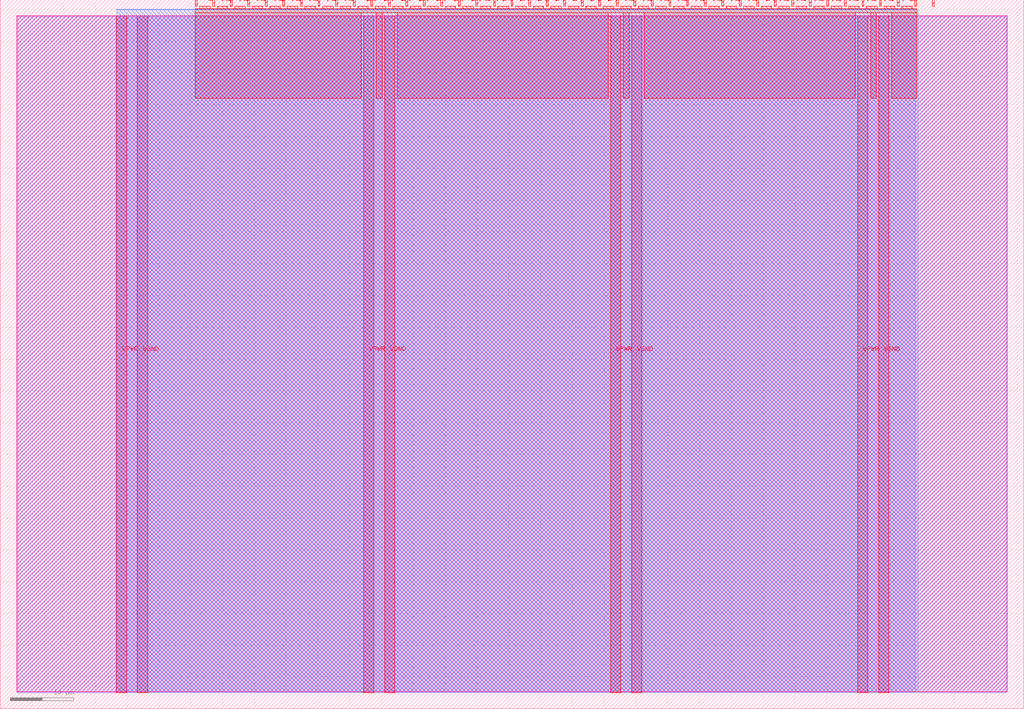
<source format=lef>
VERSION 5.7 ;
  NOWIREEXTENSIONATPIN ON ;
  DIVIDERCHAR "/" ;
  BUSBITCHARS "[]" ;
MACRO tt_um_wokwi_414122362169493505
  CLASS BLOCK ;
  FOREIGN tt_um_wokwi_414122362169493505 ;
  ORIGIN 0.000 0.000 ;
  SIZE 161.000 BY 111.520 ;
  PIN VGND
    DIRECTION INOUT ;
    USE GROUND ;
    PORT
      LAYER met4 ;
        RECT 21.580 2.480 23.180 109.040 ;
    END
    PORT
      LAYER met4 ;
        RECT 60.450 2.480 62.050 109.040 ;
    END
    PORT
      LAYER met4 ;
        RECT 99.320 2.480 100.920 109.040 ;
    END
    PORT
      LAYER met4 ;
        RECT 138.190 2.480 139.790 109.040 ;
    END
  END VGND
  PIN VPWR
    DIRECTION INOUT ;
    USE POWER ;
    PORT
      LAYER met4 ;
        RECT 18.280 2.480 19.880 109.040 ;
    END
    PORT
      LAYER met4 ;
        RECT 57.150 2.480 58.750 109.040 ;
    END
    PORT
      LAYER met4 ;
        RECT 96.020 2.480 97.620 109.040 ;
    END
    PORT
      LAYER met4 ;
        RECT 134.890 2.480 136.490 109.040 ;
    END
  END VPWR
  PIN clk
    DIRECTION INPUT ;
    USE SIGNAL ;
    ANTENNAGATEAREA 0.852000 ;
    PORT
      LAYER met4 ;
        RECT 143.830 110.520 144.130 111.520 ;
    END
  END clk
  PIN ena
    DIRECTION INPUT ;
    USE SIGNAL ;
    PORT
      LAYER met4 ;
        RECT 146.590 110.520 146.890 111.520 ;
    END
  END ena
  PIN rst_n
    DIRECTION INPUT ;
    USE SIGNAL ;
    PORT
      LAYER met4 ;
        RECT 141.070 110.520 141.370 111.520 ;
    END
  END rst_n
  PIN ui_in[0]
    DIRECTION INPUT ;
    USE SIGNAL ;
    ANTENNAGATEAREA 0.196500 ;
    PORT
      LAYER met4 ;
        RECT 138.310 110.520 138.610 111.520 ;
    END
  END ui_in[0]
  PIN ui_in[1]
    DIRECTION INPUT ;
    USE SIGNAL ;
    PORT
      LAYER met4 ;
        RECT 135.550 110.520 135.850 111.520 ;
    END
  END ui_in[1]
  PIN ui_in[2]
    DIRECTION INPUT ;
    USE SIGNAL ;
    PORT
      LAYER met4 ;
        RECT 132.790 110.520 133.090 111.520 ;
    END
  END ui_in[2]
  PIN ui_in[3]
    DIRECTION INPUT ;
    USE SIGNAL ;
    PORT
      LAYER met4 ;
        RECT 130.030 110.520 130.330 111.520 ;
    END
  END ui_in[3]
  PIN ui_in[4]
    DIRECTION INPUT ;
    USE SIGNAL ;
    PORT
      LAYER met4 ;
        RECT 127.270 110.520 127.570 111.520 ;
    END
  END ui_in[4]
  PIN ui_in[5]
    DIRECTION INPUT ;
    USE SIGNAL ;
    PORT
      LAYER met4 ;
        RECT 124.510 110.520 124.810 111.520 ;
    END
  END ui_in[5]
  PIN ui_in[6]
    DIRECTION INPUT ;
    USE SIGNAL ;
    PORT
      LAYER met4 ;
        RECT 121.750 110.520 122.050 111.520 ;
    END
  END ui_in[6]
  PIN ui_in[7]
    DIRECTION INPUT ;
    USE SIGNAL ;
    PORT
      LAYER met4 ;
        RECT 118.990 110.520 119.290 111.520 ;
    END
  END ui_in[7]
  PIN uio_in[0]
    DIRECTION INPUT ;
    USE SIGNAL ;
    PORT
      LAYER met4 ;
        RECT 116.230 110.520 116.530 111.520 ;
    END
  END uio_in[0]
  PIN uio_in[1]
    DIRECTION INPUT ;
    USE SIGNAL ;
    PORT
      LAYER met4 ;
        RECT 113.470 110.520 113.770 111.520 ;
    END
  END uio_in[1]
  PIN uio_in[2]
    DIRECTION INPUT ;
    USE SIGNAL ;
    PORT
      LAYER met4 ;
        RECT 110.710 110.520 111.010 111.520 ;
    END
  END uio_in[2]
  PIN uio_in[3]
    DIRECTION INPUT ;
    USE SIGNAL ;
    PORT
      LAYER met4 ;
        RECT 107.950 110.520 108.250 111.520 ;
    END
  END uio_in[3]
  PIN uio_in[4]
    DIRECTION INPUT ;
    USE SIGNAL ;
    PORT
      LAYER met4 ;
        RECT 105.190 110.520 105.490 111.520 ;
    END
  END uio_in[4]
  PIN uio_in[5]
    DIRECTION INPUT ;
    USE SIGNAL ;
    PORT
      LAYER met4 ;
        RECT 102.430 110.520 102.730 111.520 ;
    END
  END uio_in[5]
  PIN uio_in[6]
    DIRECTION INPUT ;
    USE SIGNAL ;
    PORT
      LAYER met4 ;
        RECT 99.670 110.520 99.970 111.520 ;
    END
  END uio_in[6]
  PIN uio_in[7]
    DIRECTION INPUT ;
    USE SIGNAL ;
    PORT
      LAYER met4 ;
        RECT 96.910 110.520 97.210 111.520 ;
    END
  END uio_in[7]
  PIN uio_oe[0]
    DIRECTION OUTPUT ;
    USE SIGNAL ;
    PORT
      LAYER met4 ;
        RECT 49.990 110.520 50.290 111.520 ;
    END
  END uio_oe[0]
  PIN uio_oe[1]
    DIRECTION OUTPUT ;
    USE SIGNAL ;
    PORT
      LAYER met4 ;
        RECT 47.230 110.520 47.530 111.520 ;
    END
  END uio_oe[1]
  PIN uio_oe[2]
    DIRECTION OUTPUT ;
    USE SIGNAL ;
    PORT
      LAYER met4 ;
        RECT 44.470 110.520 44.770 111.520 ;
    END
  END uio_oe[2]
  PIN uio_oe[3]
    DIRECTION OUTPUT ;
    USE SIGNAL ;
    PORT
      LAYER met4 ;
        RECT 41.710 110.520 42.010 111.520 ;
    END
  END uio_oe[3]
  PIN uio_oe[4]
    DIRECTION OUTPUT ;
    USE SIGNAL ;
    PORT
      LAYER met4 ;
        RECT 38.950 110.520 39.250 111.520 ;
    END
  END uio_oe[4]
  PIN uio_oe[5]
    DIRECTION OUTPUT ;
    USE SIGNAL ;
    PORT
      LAYER met4 ;
        RECT 36.190 110.520 36.490 111.520 ;
    END
  END uio_oe[5]
  PIN uio_oe[6]
    DIRECTION OUTPUT ;
    USE SIGNAL ;
    PORT
      LAYER met4 ;
        RECT 33.430 110.520 33.730 111.520 ;
    END
  END uio_oe[6]
  PIN uio_oe[7]
    DIRECTION OUTPUT ;
    USE SIGNAL ;
    PORT
      LAYER met4 ;
        RECT 30.670 110.520 30.970 111.520 ;
    END
  END uio_oe[7]
  PIN uio_out[0]
    DIRECTION OUTPUT ;
    USE SIGNAL ;
    PORT
      LAYER met4 ;
        RECT 72.070 110.520 72.370 111.520 ;
    END
  END uio_out[0]
  PIN uio_out[1]
    DIRECTION OUTPUT ;
    USE SIGNAL ;
    PORT
      LAYER met4 ;
        RECT 69.310 110.520 69.610 111.520 ;
    END
  END uio_out[1]
  PIN uio_out[2]
    DIRECTION OUTPUT ;
    USE SIGNAL ;
    PORT
      LAYER met4 ;
        RECT 66.550 110.520 66.850 111.520 ;
    END
  END uio_out[2]
  PIN uio_out[3]
    DIRECTION OUTPUT ;
    USE SIGNAL ;
    PORT
      LAYER met4 ;
        RECT 63.790 110.520 64.090 111.520 ;
    END
  END uio_out[3]
  PIN uio_out[4]
    DIRECTION OUTPUT ;
    USE SIGNAL ;
    PORT
      LAYER met4 ;
        RECT 61.030 110.520 61.330 111.520 ;
    END
  END uio_out[4]
  PIN uio_out[5]
    DIRECTION OUTPUT ;
    USE SIGNAL ;
    PORT
      LAYER met4 ;
        RECT 58.270 110.520 58.570 111.520 ;
    END
  END uio_out[5]
  PIN uio_out[6]
    DIRECTION OUTPUT ;
    USE SIGNAL ;
    PORT
      LAYER met4 ;
        RECT 55.510 110.520 55.810 111.520 ;
    END
  END uio_out[6]
  PIN uio_out[7]
    DIRECTION OUTPUT ;
    USE SIGNAL ;
    PORT
      LAYER met4 ;
        RECT 52.750 110.520 53.050 111.520 ;
    END
  END uio_out[7]
  PIN uo_out[0]
    DIRECTION OUTPUT ;
    USE SIGNAL ;
    ANTENNADIFFAREA 0.445500 ;
    PORT
      LAYER met4 ;
        RECT 94.150 110.520 94.450 111.520 ;
    END
  END uo_out[0]
  PIN uo_out[1]
    DIRECTION OUTPUT ;
    USE SIGNAL ;
    PORT
      LAYER met4 ;
        RECT 91.390 110.520 91.690 111.520 ;
    END
  END uo_out[1]
  PIN uo_out[2]
    DIRECTION OUTPUT ;
    USE SIGNAL ;
    PORT
      LAYER met4 ;
        RECT 88.630 110.520 88.930 111.520 ;
    END
  END uo_out[2]
  PIN uo_out[3]
    DIRECTION OUTPUT ;
    USE SIGNAL ;
    PORT
      LAYER met4 ;
        RECT 85.870 110.520 86.170 111.520 ;
    END
  END uo_out[3]
  PIN uo_out[4]
    DIRECTION OUTPUT ;
    USE SIGNAL ;
    PORT
      LAYER met4 ;
        RECT 83.110 110.520 83.410 111.520 ;
    END
  END uo_out[4]
  PIN uo_out[5]
    DIRECTION OUTPUT ;
    USE SIGNAL ;
    PORT
      LAYER met4 ;
        RECT 80.350 110.520 80.650 111.520 ;
    END
  END uo_out[5]
  PIN uo_out[6]
    DIRECTION OUTPUT ;
    USE SIGNAL ;
    PORT
      LAYER met4 ;
        RECT 77.590 110.520 77.890 111.520 ;
    END
  END uo_out[6]
  PIN uo_out[7]
    DIRECTION OUTPUT ;
    USE SIGNAL ;
    ANTENNADIFFAREA 0.445500 ;
    PORT
      LAYER met4 ;
        RECT 74.830 110.520 75.130 111.520 ;
    END
  END uo_out[7]
  OBS
      LAYER nwell ;
        RECT 2.570 2.635 158.430 108.990 ;
      LAYER li1 ;
        RECT 2.760 2.635 158.240 108.885 ;
      LAYER met1 ;
        RECT 2.760 2.480 158.240 109.040 ;
      LAYER met2 ;
        RECT 18.310 2.535 143.890 110.005 ;
      LAYER met3 ;
        RECT 18.290 2.555 144.370 109.985 ;
      LAYER met4 ;
        RECT 31.370 110.120 33.030 110.520 ;
        RECT 34.130 110.120 35.790 110.520 ;
        RECT 36.890 110.120 38.550 110.520 ;
        RECT 39.650 110.120 41.310 110.520 ;
        RECT 42.410 110.120 44.070 110.520 ;
        RECT 45.170 110.120 46.830 110.520 ;
        RECT 47.930 110.120 49.590 110.520 ;
        RECT 50.690 110.120 52.350 110.520 ;
        RECT 53.450 110.120 55.110 110.520 ;
        RECT 56.210 110.120 57.870 110.520 ;
        RECT 58.970 110.120 60.630 110.520 ;
        RECT 61.730 110.120 63.390 110.520 ;
        RECT 64.490 110.120 66.150 110.520 ;
        RECT 67.250 110.120 68.910 110.520 ;
        RECT 70.010 110.120 71.670 110.520 ;
        RECT 72.770 110.120 74.430 110.520 ;
        RECT 75.530 110.120 77.190 110.520 ;
        RECT 78.290 110.120 79.950 110.520 ;
        RECT 81.050 110.120 82.710 110.520 ;
        RECT 83.810 110.120 85.470 110.520 ;
        RECT 86.570 110.120 88.230 110.520 ;
        RECT 89.330 110.120 90.990 110.520 ;
        RECT 92.090 110.120 93.750 110.520 ;
        RECT 94.850 110.120 96.510 110.520 ;
        RECT 97.610 110.120 99.270 110.520 ;
        RECT 100.370 110.120 102.030 110.520 ;
        RECT 103.130 110.120 104.790 110.520 ;
        RECT 105.890 110.120 107.550 110.520 ;
        RECT 108.650 110.120 110.310 110.520 ;
        RECT 111.410 110.120 113.070 110.520 ;
        RECT 114.170 110.120 115.830 110.520 ;
        RECT 116.930 110.120 118.590 110.520 ;
        RECT 119.690 110.120 121.350 110.520 ;
        RECT 122.450 110.120 124.110 110.520 ;
        RECT 125.210 110.120 126.870 110.520 ;
        RECT 127.970 110.120 129.630 110.520 ;
        RECT 130.730 110.120 132.390 110.520 ;
        RECT 133.490 110.120 135.150 110.520 ;
        RECT 136.250 110.120 137.910 110.520 ;
        RECT 139.010 110.120 140.670 110.520 ;
        RECT 141.770 110.120 143.430 110.520 ;
        RECT 30.655 109.440 144.145 110.120 ;
        RECT 30.655 96.055 56.750 109.440 ;
        RECT 59.150 96.055 60.050 109.440 ;
        RECT 62.450 96.055 95.620 109.440 ;
        RECT 98.020 96.055 98.920 109.440 ;
        RECT 101.320 96.055 134.490 109.440 ;
        RECT 136.890 96.055 137.790 109.440 ;
        RECT 140.190 96.055 144.145 109.440 ;
  END
END tt_um_wokwi_414122362169493505
END LIBRARY


</source>
